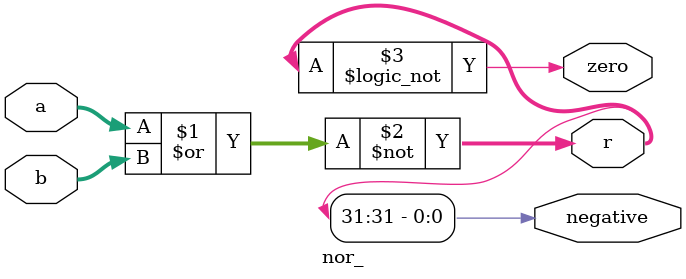
<source format=v>
`timescale 1ns / 1ps


module nor_(
    input [31:0] a,
    input [31:0] b,
    output [31:0] r,
    output zero,
    output negative
    );
    assign r = ~(a | b);
    assign zero = (r==0);
    assign negative = (r[31]==1);
endmodule

</source>
